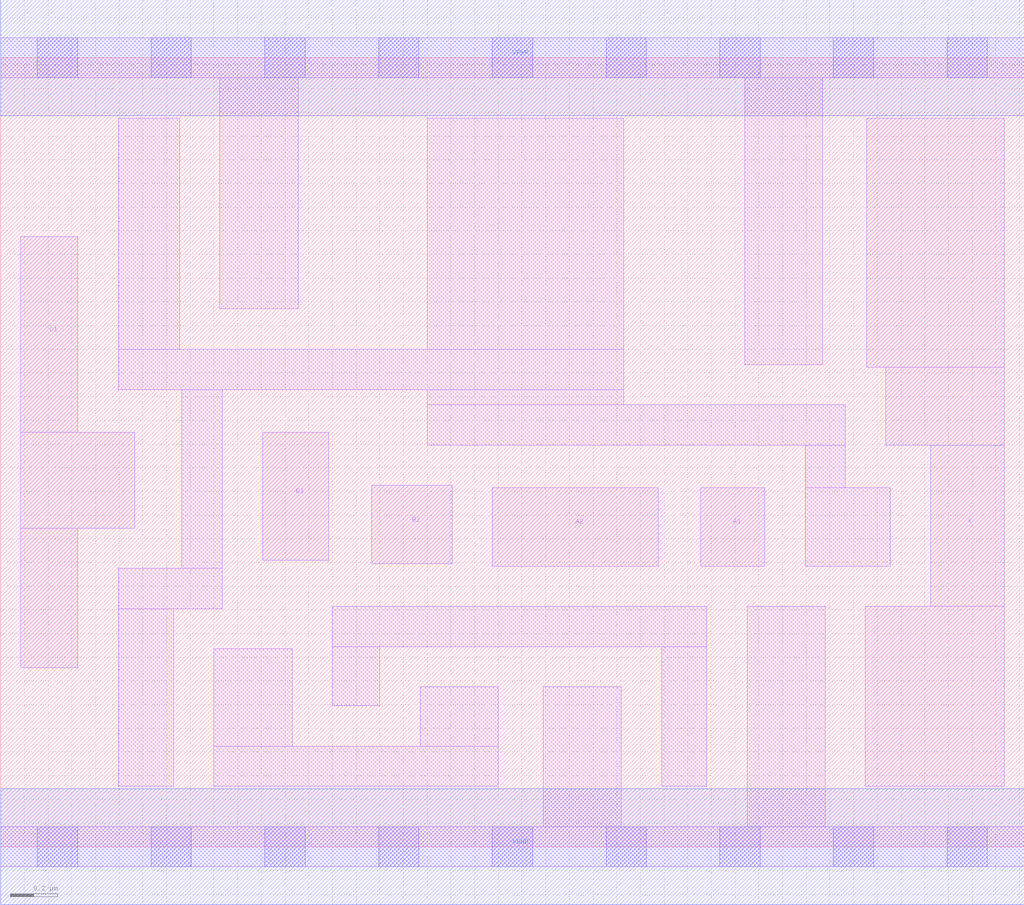
<source format=lef>
# Copyright 2020 The SkyWater PDK Authors
#
# Licensed under the Apache License, Version 2.0 (the "License");
# you may not use this file except in compliance with the License.
# You may obtain a copy of the License at
#
#     https://www.apache.org/licenses/LICENSE-2.0
#
# Unless required by applicable law or agreed to in writing, software
# distributed under the License is distributed on an "AS IS" BASIS,
# WITHOUT WARRANTIES OR CONDITIONS OF ANY KIND, either express or implied.
# See the License for the specific language governing permissions and
# limitations under the License.
#
# SPDX-License-Identifier: Apache-2.0

VERSION 5.7 ;
  NAMESCASESENSITIVE ON ;
  NOWIREEXTENSIONATPIN ON ;
  DIVIDERCHAR "/" ;
  BUSBITCHARS "[]" ;
UNITS
  DATABASE MICRONS 200 ;
END UNITS
MACRO sky130_fd_sc_lp__o221a_1
  CLASS CORE ;
  FOREIGN sky130_fd_sc_lp__o221a_1 ;
  ORIGIN  0.000000  0.000000 ;
  SIZE  4.320000 BY  3.330000 ;
  SYMMETRY X Y R90 ;
  SITE unit ;
  PIN A1
    ANTENNAGATEAREA  0.315000 ;
    DIRECTION INPUT ;
    USE SIGNAL ;
    PORT
      LAYER li1 ;
        RECT 2.955000 1.185000 3.225000 1.515000 ;
    END
  END A1
  PIN A2
    ANTENNAGATEAREA  0.315000 ;
    DIRECTION INPUT ;
    USE SIGNAL ;
    PORT
      LAYER li1 ;
        RECT 2.075000 1.185000 2.775000 1.515000 ;
    END
  END A2
  PIN B1
    ANTENNAGATEAREA  0.315000 ;
    DIRECTION INPUT ;
    USE SIGNAL ;
    PORT
      LAYER li1 ;
        RECT 1.105000 1.210000 1.385000 1.750000 ;
    END
  END B1
  PIN B2
    ANTENNAGATEAREA  0.315000 ;
    DIRECTION INPUT ;
    USE SIGNAL ;
    PORT
      LAYER li1 ;
        RECT 1.565000 1.195000 1.905000 1.525000 ;
    END
  END B2
  PIN C1
    ANTENNAGATEAREA  0.315000 ;
    DIRECTION INPUT ;
    USE SIGNAL ;
    PORT
      LAYER li1 ;
        RECT 0.085000 0.755000 0.325000 1.345000 ;
        RECT 0.085000 1.345000 0.565000 1.750000 ;
        RECT 0.085000 1.750000 0.325000 2.575000 ;
    END
  END C1
  PIN X
    ANTENNADIFFAREA  0.581700 ;
    DIRECTION OUTPUT ;
    USE SIGNAL ;
    PORT
      LAYER li1 ;
        RECT 3.650000 0.255000 4.235000 1.015000 ;
        RECT 3.655000 2.025000 4.235000 3.075000 ;
        RECT 3.735000 1.695000 4.235000 2.025000 ;
        RECT 3.925000 1.015000 4.235000 1.695000 ;
    END
  END X
  PIN VGND
    DIRECTION INOUT ;
    USE GROUND ;
    PORT
      LAYER met1 ;
        RECT 0.000000 -0.245000 4.320000 0.245000 ;
    END
  END VGND
  PIN VPWR
    DIRECTION INOUT ;
    USE POWER ;
    PORT
      LAYER met1 ;
        RECT 0.000000 3.085000 4.320000 3.575000 ;
    END
  END VPWR
  OBS
    LAYER li1 ;
      RECT 0.000000 -0.085000 4.320000 0.085000 ;
      RECT 0.000000  3.245000 4.320000 3.415000 ;
      RECT 0.495000  0.255000 0.730000 1.005000 ;
      RECT 0.495000  1.005000 0.935000 1.175000 ;
      RECT 0.495000  1.930000 2.630000 2.100000 ;
      RECT 0.495000  2.100000 0.755000 3.075000 ;
      RECT 0.765000  1.175000 0.935000 1.930000 ;
      RECT 0.900000  0.255000 2.100000 0.425000 ;
      RECT 0.900000  0.425000 1.230000 0.835000 ;
      RECT 0.925000  2.270000 1.255000 3.245000 ;
      RECT 1.400000  0.595000 1.600000 0.845000 ;
      RECT 1.400000  0.845000 2.980000 1.015000 ;
      RECT 1.770000  0.425000 2.100000 0.675000 ;
      RECT 1.800000  1.695000 3.565000 1.865000 ;
      RECT 1.800000  1.865000 2.630000 1.930000 ;
      RECT 1.800000  2.100000 2.630000 3.075000 ;
      RECT 2.290000  0.085000 2.620000 0.675000 ;
      RECT 2.790000  0.255000 2.980000 0.845000 ;
      RECT 3.140000  2.035000 3.470000 3.245000 ;
      RECT 3.150000  0.085000 3.480000 1.015000 ;
      RECT 3.395000  1.185000 3.755000 1.515000 ;
      RECT 3.395000  1.515000 3.565000 1.695000 ;
    LAYER mcon ;
      RECT 0.155000 -0.085000 0.325000 0.085000 ;
      RECT 0.155000  3.245000 0.325000 3.415000 ;
      RECT 0.635000 -0.085000 0.805000 0.085000 ;
      RECT 0.635000  3.245000 0.805000 3.415000 ;
      RECT 1.115000 -0.085000 1.285000 0.085000 ;
      RECT 1.115000  3.245000 1.285000 3.415000 ;
      RECT 1.595000 -0.085000 1.765000 0.085000 ;
      RECT 1.595000  3.245000 1.765000 3.415000 ;
      RECT 2.075000 -0.085000 2.245000 0.085000 ;
      RECT 2.075000  3.245000 2.245000 3.415000 ;
      RECT 2.555000 -0.085000 2.725000 0.085000 ;
      RECT 2.555000  3.245000 2.725000 3.415000 ;
      RECT 3.035000 -0.085000 3.205000 0.085000 ;
      RECT 3.035000  3.245000 3.205000 3.415000 ;
      RECT 3.515000 -0.085000 3.685000 0.085000 ;
      RECT 3.515000  3.245000 3.685000 3.415000 ;
      RECT 3.995000 -0.085000 4.165000 0.085000 ;
      RECT 3.995000  3.245000 4.165000 3.415000 ;
  END
END sky130_fd_sc_lp__o221a_1
END LIBRARY

</source>
